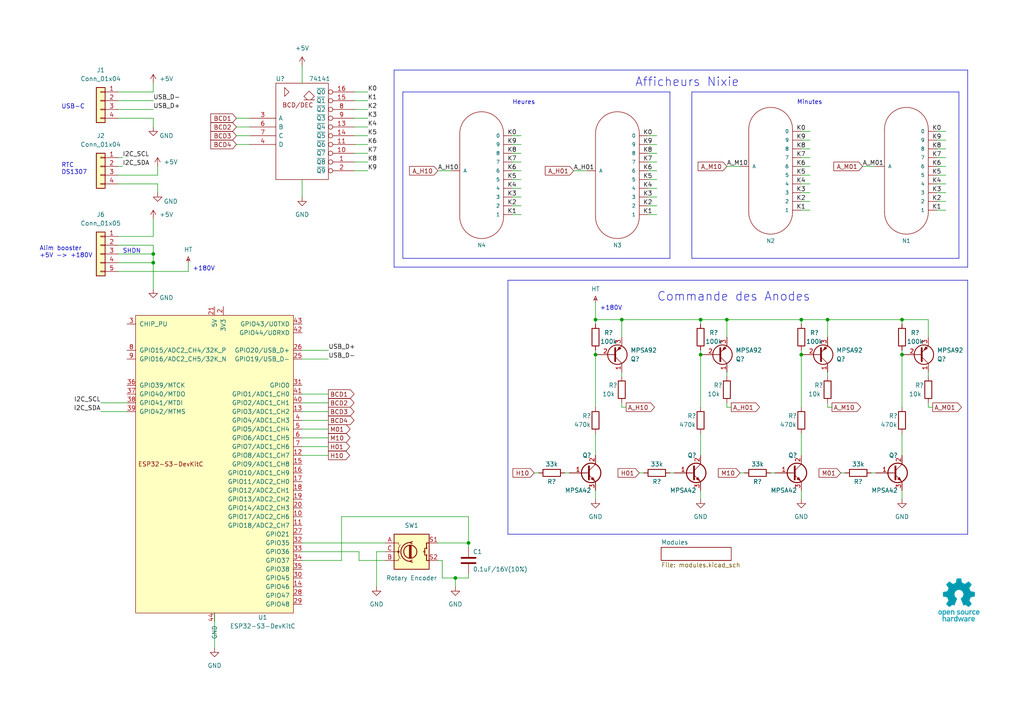
<source format=kicad_sch>
(kicad_sch (version 20230121) (generator eeschema)
  (paper "A4")
  (title_block (title "Horloge Nixie") (date "2023-07-09") (rev "0.2") (company "Author : Laurent Claude - www.laurentclaude.fr") (comment 1 "License : Open Source Hardware - CC BY-SA 4.0"))
  (lib_symbols
    (symbol "74xx_IEEE:74141" (pin_names (offset 0.762))
      (property "Reference" "U" (at 0 0 0))
      (property "Value" "74141" (at 7.62 -15.24 0))
      (symbol "74141_0_0"
        (polyline (pts (xy 3.556 9.144) (xy 3.048 9.144) (xy 3.048 9.144)))
        (polyline (pts (xy -5.08 12.7) (xy -5.08 10.16) (xy -3.81 11.43) (xy -5.08 12.7) (xy -5.08 12.7)))
        (polyline (pts (xy 2.54 9.144) (xy 3.556 10.16) (xy 2.032 11.684) (xy 0.508 10.16) (xy 1.524 9.144) (xy 0.508 9.144) (xy 3.556 9.144)))
        (text "BCD/DEC" (at -1.27 7.62 0) (effects (font (size 1.27 1.27))))
        (pin power_in line (at 0 -13.97 90) (length 0) hide (name "GND") (number "12"))
        (pin power_in line (at 0 13.97 270) (length 0) hide (name "VCC") (number "5"))
      )
      (symbol "74141_0_1"
        (rectangle (start -7.62 13.97) (end 7.62 -13.97))
      )
      (symbol "74141_1_1"
        (pin open_collector inverted (at 15.24 -8.89 180) (length 7.62) (name "~{Q8}") (number "1"))
        (pin open_collector inverted (at 15.24 -6.35 180) (length 7.62) (name "~{Q7}") (number "10"))
        (pin open_collector inverted (at 15.24 -3.81 180) (length 7.62) (name "~{Q6}") (number "11"))
        (pin open_collector inverted (at 15.24 1.27 180) (length 7.62) (name "~{Q4}") (number "13"))
        (pin open_collector inverted (at 15.24 -1.27 180) (length 7.62) (name "~{Q5}") (number "14"))
        (pin open_collector inverted (at 15.24 8.89 180) (length 7.62) (name "~{Q1}") (number "15"))
        (pin open_collector inverted (at 15.24 11.43 180) (length 7.62) (name "~{Q0}") (number "16"))
        (pin open_collector inverted (at 15.24 -11.43 180) (length 7.62) (name "~{Q9}") (number "2"))
        (pin input line (at -15.24 3.81 0) (length 7.62) (name "A") (number "3"))
        (pin input line (at -15.24 -3.81 0) (length 7.62) (name "D") (number "4"))
        (pin input line (at -15.24 1.27 0) (length 7.62) (name "B") (number "6"))
        (pin input line (at -15.24 -1.27 0) (length 7.62) (name "C") (number "7"))
        (pin open_collector inverted (at 15.24 6.35 180) (length 7.62) (name "~{Q2}") (number "8"))
        (pin open_collector inverted (at 15.24 3.81 180) (length 7.62) (name "~{Q3}") (number "9"))
      )
    )
    (symbol "Connector_Generic:Conn_01x04" (pin_names (offset 1.016) hide)
      (property "Reference" "J" (at 0 5.08 0))
      (property "Value" "Conn_01x04" (at 0 -7.62 0))
      (symbol "Conn_01x04_1_1"
        (rectangle (start -1.27 -4.953) (end 0 -5.207) (stroke (width 0.1524)))
        (rectangle (start -1.27 -2.413) (end 0 -2.667) (stroke (width 0.1524)))
        (rectangle (start -1.27 0.127) (end 0 -0.127) (stroke (width 0.1524)))
        (rectangle (start -1.27 2.667) (end 0 2.413) (stroke (width 0.1524)))
        (rectangle (start -1.27 3.81) (end 1.27 -6.35) (stroke (width 0.254)) (fill (type background)))
        (pin passive line (at -5.08 2.54 0) (length 3.81) (name "Pin_1") (number "1"))
        (pin passive line (at -5.08 0 0) (length 3.81) (name "Pin_2") (number "2"))
        (pin passive line (at -5.08 -2.54 0) (length 3.81) (name "Pin_3") (number "3"))
        (pin passive line (at -5.08 -5.08 0) (length 3.81) (name "Pin_4") (number "4"))
      )
    )
    (symbol "Connector_Generic:Conn_01x05" (pin_names (offset 1.016) hide)
      (property "Reference" "J" (at 0 7.62 0))
      (property "Value" "Conn_01x05" (at 0 -7.62 0))
      (symbol "Conn_01x05_1_1"
        (rectangle (start -1.27 -4.953) (end 0 -5.207) (stroke (width 0.1524)))
        (rectangle (start -1.27 -2.413) (end 0 -2.667) (stroke (width 0.1524)))
        (rectangle (start -1.27 0.127) (end 0 -0.127) (stroke (width 0.1524)))
        (rectangle (start -1.27 2.667) (end 0 2.413) (stroke (width 0.1524)))
        (rectangle (start -1.27 5.207) (end 0 4.953) (stroke (width 0.1524)))
        (rectangle (start -1.27 6.35) (end 1.27 -6.35) (stroke (width 0.254)) (fill (type background)))
        (pin passive line (at -5.08 5.08 0) (length 3.81) (name "Pin_1") (number "1"))
        (pin passive line (at -5.08 2.54 0) (length 3.81) (name "Pin_2") (number "2"))
        (pin passive line (at -5.08 0 0) (length 3.81) (name "Pin_3") (number "3"))
        (pin passive line (at -5.08 -2.54 0) (length 3.81) (name "Pin_4") (number "4"))
        (pin passive line (at -5.08 -5.08 0) (length 3.81) (name "Pin_5") (number "5"))
      )
    )
    (symbol "Device:C" (pin_numbers hide) (pin_names (offset 0.254))
      (property "Reference" "C" (at 0.635 2.54 0))
      (property "Value" "C" (at 0.635 -2.54 0))
      (symbol "C_0_1"
        (polyline (pts (xy -2.032 -0.762) (xy 2.032 -0.762)) (stroke (width 0.508)))
        (polyline (pts (xy -2.032 0.762) (xy 2.032 0.762)) (stroke (width 0.508)))
      )
      (symbol "C_1_1"
        (pin passive line (at 0 3.81 270) (length 2.794) (name "~") (number "1"))
        (pin passive line (at 0 -3.81 90) (length 2.794) (name "~") (number "2"))
      )
    )
    (symbol "Device:R" (pin_numbers hide) (pin_names (offset 0))
      (property "Reference" "R" (at 2.032 0 90))
      (property "Value" "R" (at 0 0 90))
      (symbol "R_0_1"
        (rectangle (start -1.016 -2.54) (end 1.016 2.54) (stroke (width 0.254)))
      )
      (symbol "R_1_1"
        (pin passive line (at 0 3.81 270) (length 1.27) (name "~") (number "1"))
        (pin passive line (at 0 -3.81 90) (length 1.27) (name "~") (number "2"))
      )
    )
    (symbol "Device:RotaryEncoder_Switch" (pin_names (offset 0.254) hide)
      (property "Reference" "SW" (at 0 6.604 0))
      (property "Value" "RotaryEncoder_Switch" (at 0 -6.604 0))
      (symbol "RotaryEncoder_Switch_0_1"
        (rectangle (start -5.08 5.08) (end 5.08 -5.08) (stroke (width 0.254)) (fill (type background)))
        (circle (center -3.81 0) (radius 0.254) (fill (type outline)))
        (circle (center -0.381 0) (radius 1.905) (stroke (width 0.254)))
        (arc (start -0.381 2.667) (mid -3.0988 -0.0635) (end -0.381 -2.794) (stroke (width 0.254)))
        (polyline (pts (xy -0.635 -1.778) (xy -0.635 1.778)) (stroke (width 0.254)))
        (polyline (pts (xy -0.381 -1.778) (xy -0.381 1.778)) (stroke (width 0.254)))
        (polyline (pts (xy -0.127 1.778) (xy -0.127 -1.778)) (stroke (width 0.254)))
        (polyline (pts (xy 3.81 0) (xy 3.429 0)) (stroke (width 0.254)))
        (polyline (pts (xy 3.81 1.016) (xy 3.81 -1.016)) (stroke (width 0.254)))
        (polyline (pts (xy -5.08 -2.54) (xy -3.81 -2.54) (xy -3.81 -2.032)))
        (polyline (pts (xy -5.08 2.54) (xy -3.81 2.54) (xy -3.81 2.032)))
        (polyline (pts (xy 0.254 -3.048) (xy -0.508 -2.794) (xy 0.127 -2.413)) (stroke (width 0.254)))
        (polyline (pts (xy 0.254 2.921) (xy -0.508 2.667) (xy 0.127 2.286)) (stroke (width 0.254)))
        (polyline (pts (xy 5.08 -2.54) (xy 4.318 -2.54) (xy 4.318 -1.016)) (stroke (width 0.254)))
        (polyline (pts (xy 5.08 2.54) (xy 4.318 2.54) (xy 4.318 1.016)) (stroke (width 0.254)))
        (polyline (pts (xy -5.08 0) (xy -3.81 0) (xy -3.81 -1.016) (xy -3.302 -2.032)))
        (polyline (pts (xy -4.318 0) (xy -3.81 0) (xy -3.81 1.016) (xy -3.302 2.032)))
        (circle (center 4.318 -1.016) (radius 0.127) (stroke (width 0.254)))
        (circle (center 4.318 1.016) (radius 0.127) (stroke (width 0.254)))
      )
      (symbol "RotaryEncoder_Switch_1_1"
        (pin passive line (at -7.62 2.54 0) (length 2.54) (name "A") (number "A"))
        (pin passive line (at -7.62 -2.54 0) (length 2.54) (name "B") (number "B"))
        (pin passive line (at -7.62 0 0) (length 2.54) (name "C") (number "C"))
        (pin passive line (at 7.62 2.54 180) (length 2.54) (name "S1") (number "S1"))
        (pin passive line (at 7.62 -2.54 180) (length 2.54) (name "S2") (number "S2"))
      )
    )
    (symbol "Nixie:IN-1" (pin_numbers hide) (pin_names (offset 1.016))
      (property "Reference" "N" (at -5.715 20.955 0))
      (symbol "IN-1_1_0"
        (polyline (pts (xy -7.62 -10.795) (xy -7.62 13.335)))
        (polyline (pts (xy 5.08 -10.795) (xy 5.08 13.335)))
      )
      (symbol "IN-1_1_1"
        (arc (start -7.62 -10.795) (mid -1.27 -17.1174) (end 5.08 -10.795))
        (arc (start 5.08 13.335) (mid -1.27 19.6574) (end -7.62 13.335))
        (pin bidirectional line (at -10.16 -10.16 0) (length 2.54) (name "0") (number "0"))
        (pin bidirectional line (at -10.16 12.7 0) (length 2.54) (name "1") (number "1"))
        (pin bidirectional line (at -10.16 10.16 0) (length 2.54) (name "2") (number "2"))
        (pin bidirectional line (at -10.16 7.62 0) (length 2.54) (name "3") (number "3"))
        (pin bidirectional line (at -10.16 5.08 0) (length 2.54) (name "4") (number "4"))
        (pin bidirectional line (at -10.16 2.54 0) (length 2.54) (name "5") (number "5"))
        (pin bidirectional line (at -10.16 0 0) (length 2.54) (name "6") (number "6"))
        (pin bidirectional line (at -10.16 -2.54 0) (length 2.54) (name "7") (number "7"))
        (pin bidirectional line (at -10.16 -5.08 0) (length 2.54) (name "8") (number "8"))
        (pin bidirectional line (at -10.16 -7.62 0) (length 2.54) (name "9") (number "9"))
        (pin bidirectional line (at 7.62 0 180) (length 2.54) (name "A") (number "A"))
      )
    )
    (symbol "PCM_Espressif:ESP32-S3-DevKitC" (pin_names (offset 1.016))
      (property "Reference" "U" (at -22.86 48.26 0))
      (property "Value" "ESP32-S3-DevKitC" (at -22.86 45.72 0))
      (symbol "ESP32-S3-DevKitC_0_0"
        (text "ESP32-S3-DevKitC" (at -12.7 0 0) (effects (font (size 1.27 1.27))))
        (pin bidirectional line (at 25.4 -35.56 180) (length 2.54) (name "GPIO46") (number "14"))
        (pin bidirectional line (at 25.4 -10.16 180) (length 2.54) (name "GPIO13/ADC2_CH2") (number "19"))
        (pin bidirectional line (at -25.4 15.24 0) (length 2.54) (name "GPIO42/MTMS") (number "39"))
        (pin bidirectional line (at 25.4 17.78 180) (length 2.54) (name "GPIO2/ADC1_CH1") (number "40"))
        (pin bidirectional line (at 25.4 20.32 180) (length 2.54) (name "GPIO1/ADC1_CH0") (number "41"))
        (pin bidirectional line (at 25.4 38.1 180) (length 2.54) (name "GPIO44/U0RXD") (number "42"))
        (pin bidirectional line (at 25.4 40.64 180) (length 2.54) (name "GPIO43/U0TXD") (number "43"))
        (pin power_in line (at 0 -43.18 270) (length 2.54) (name "GND") (number "44"))
      )
      (symbol "ESP32-S3-DevKitC_0_1"
        (rectangle (start -22.86 43.18) (end 22.86 -43.18) (fill (type background)))
        (pin power_in line (at 2.54 45.72 270) (length 2.54) (name "3V3") (number "2"))
      )
      (symbol "ESP32-S3-DevKitC_1_1"
        (pin passive line (at 2.54 45.72 270) (length 2.54) hide (name "3V3") (number "1"))
        (pin bidirectional line (at 25.4 -15.24 180) (length 2.54) (name "GPIO17/ADC2_CH6") (number "10"))
        (pin bidirectional line (at 25.4 -17.78 180) (length 2.54) (name "GPIO18/ADC2_CH7") (number "11"))
        (pin bidirectional line (at 25.4 2.54 180) (length 2.54) (name "GPIO8/ADC1_CH7") (number "12"))
        (pin bidirectional line (at 25.4 15.24 180) (length 2.54) (name "GPIO3/ADC1_CH2") (number "13"))
        (pin bidirectional line (at 25.4 0 180) (length 2.54) (name "GPIO9/ADC1_CH8") (number "15"))
        (pin bidirectional line (at 25.4 -2.54 180) (length 2.54) (name "GPIO10/ADC1_CH9") (number "16"))
        (pin bidirectional line (at 25.4 -5.08 180) (length 2.54) (name "GPIO11/ADC2_CH0") (number "17"))
        (pin bidirectional line (at 25.4 -7.62 180) (length 2.54) (name "GPIO12/ADC2_CH1") (number "18"))
        (pin bidirectional line (at 25.4 -12.7 180) (length 2.54) (name "GPIO14/ADC2_CH3") (number "20"))
        (pin power_in line (at 0 45.72 270) (length 2.54) (name "5V") (number "21"))
        (pin passive line (at 0 -43.18 270) (length 2.54) hide (name "GND") (number "22"))
        (pin passive line (at 0 -43.18 270) (length 2.54) hide (name "GND") (number "23"))
        (pin passive line (at 0 -43.18 270) (length 2.54) hide (name "GND") (number "24"))
        (pin bidirectional line (at 25.4 30.48 180) (length 2.54) (name "GPIO19/USB_D-") (number "25"))
        (pin bidirectional line (at 25.4 33.02 180) (length 2.54) (name "GPIO20/USB_D+") (number "26"))
        (pin bidirectional line (at 25.4 -20.32 180) (length 2.54) (name "GPIO21") (number "27"))
        (pin bidirectional line (at 25.4 -38.1 180) (length 2.54) (name "GPIO47") (number "28"))
        (pin bidirectional line (at 25.4 -40.64 180) (length 2.54) (name "GPIO48") (number "29"))
        (pin input line (at -25.4 40.64 0) (length 2.54) (name "CHIP_PU") (number "3"))
        (pin bidirectional line (at 25.4 -33.02 180) (length 2.54) (name "GPIO45") (number "30"))
        (pin bidirectional line (at 25.4 22.86 180) (length 2.54) (name "GPIO0") (number "31"))
        (pin bidirectional line (at 25.4 -22.86 180) (length 2.54) (name "GPIO35") (number "32"))
        (pin bidirectional line (at 25.4 -25.4 180) (length 2.54) (name "GPIO36") (number "33"))
        (pin bidirectional line (at 25.4 -27.94 180) (length 2.54) (name "GPIO37") (number "34"))
        (pin bidirectional line (at 25.4 -30.48 180) (length 2.54) (name "GPIO38") (number "35"))
        (pin bidirectional line (at -25.4 22.86 0) (length 2.54) (name "GPIO39/MTCK") (number "36"))
        (pin bidirectional line (at -25.4 20.32 0) (length 2.54) (name "GPIO40/MTDO") (number "37"))
        (pin bidirectional line (at -25.4 17.78 0) (length 2.54) (name "GPIO41/MTDI") (number "38"))
        (pin bidirectional line (at 25.4 12.7 180) (length 2.54) (name "GPIO4/ADC1_CH3") (number "4"))
        (pin bidirectional line (at 25.4 10.16 180) (length 2.54) (name "GPIO5/ADC1_CH4") (number "5"))
        (pin bidirectional line (at 25.4 7.62 180) (length 2.54) (name "GPIO6/ADC1_CH5") (number "6"))
        (pin bidirectional line (at 25.4 5.08 180) (length 2.54) (name "GPIO7/ADC1_CH6") (number "7"))
        (pin bidirectional line (at -25.4 33.02 0) (length 2.54) (name "GPIO15/ADC2_CH4/32K_P") (number "8"))
        (pin bidirectional line (at -25.4 30.48 0) (length 2.54) (name "GPIO16/ADC2_CH5/32K_N") (number "9"))
      )
    )
    (symbol "Transistor_BJT:BC557" (pin_names (offset 0) hide)
      (property "Reference" "Q" (at 5.08 1.905 0))
      (property "Value" "BC557" (at 5.08 0 0))
      (symbol "BC557_0_1"
        (polyline (pts (xy 0.635 0.635) (xy 2.54 2.54)))
        (polyline (pts (xy 0.635 -0.635) (xy 2.54 -2.54) (xy 2.54 -2.54)))
        (polyline (pts (xy 0.635 1.905) (xy 0.635 -1.905) (xy 0.635 -1.905)) (stroke (width 0.508)))
        (polyline (pts (xy 2.286 -1.778) (xy 1.778 -2.286) (xy 1.27 -1.27) (xy 2.286 -1.778) (xy 2.286 -1.778)) (fill (type outline)))
        (circle (center 1.27 0) (radius 2.8194) (stroke (width 0.254)))
      )
      (symbol "BC557_1_1"
        (pin passive line (at 2.54 5.08 270) (length 2.54) (name "C") (number "1"))
        (pin input line (at -5.08 0 0) (length 5.715) (name "B") (number "2"))
        (pin passive line (at 2.54 -5.08 90) (length 2.54) (name "E") (number "3"))
      )
    )
    (symbol "Transistor_BJT:MJE13007G" (pin_names (offset 0) hide)
      (property "Reference" "Q" (at 6.35 1.905 0))
      (property "Value" "MJE13007G" (at 6.35 0 0))
      (symbol "MJE13007G_0_1"
        (polyline (pts (xy 0 0) (xy 0.635 0)))
        (polyline (pts (xy 2.54 2.54) (xy 0.635 0.635)))
        (polyline (pts (xy 0.635 1.905) (xy 0.635 -1.905) (xy 0.635 -1.905)) (stroke (width 0.508)))
        (polyline (pts (xy 2.286 -2.286) (xy 1.778 -1.778) (xy 1.778 -1.778)))
        (polyline (pts (xy 2.54 -2.54) (xy 0.635 -0.635) (xy 1.27 -1.27)) (fill (type outline)))
        (polyline (pts (xy 1.27 -1.778) (xy 1.778 -1.27) (xy 2.286 -2.286) (xy 1.27 -1.778) (xy 1.27 -1.778)) (fill (type outline)))
        (circle (center 1.27 0) (radius 2.8194) (stroke (width 0.3048)))
      )
      (symbol "MJE13007G_1_1"
        (pin input line (at -5.08 0 0) (length 5.08) (name "B") (number "1"))
        (pin passive line (at 2.54 5.08 270) (length 2.54) (name "C") (number "2"))
        (pin passive line (at 2.54 -5.08 90) (length 2.54) (name "E") (number "3"))
      )
    )
    (symbol "power:+5V" (power) (pin_names (offset 0))
      (property "Value" "+5V" (at 0 3.556 0))
      (symbol "+5V_0_1"
        (polyline (pts (xy -0.762 1.27) (xy 0 2.54)))
        (polyline (pts (xy 0 0) (xy 0 2.54)))
        (polyline (pts (xy 0 2.54) (xy 0.762 1.27)))
      )
      (symbol "+5V_1_1"
        (pin power_in line (at 0 0 90) (length 0) hide (name "+5V") (number "1"))
      )
    )
    (symbol "power:GND" (power) (pin_names (offset 0))
      (property "Value" "GND" (at 0 -3.81 0))
      (symbol "GND_0_1"
        (polyline (pts (xy 0 0) (xy 0 -1.27) (xy 1.27 -1.27) (xy 0 -2.54) (xy -1.27 -1.27) (xy 0 -1.27)))
      )
      (symbol "GND_1_1"
        (pin power_in line (at 0 0 270) (length 0) hide (name "GND") (number "1"))
      )
    )
    (symbol "power:HT" (power) (pin_names (offset 0))
      (property "Value" "HT" (at 0 2.286 0))
      (symbol "HT_0_0"
        (pin power_in line (at 0 0 90) (length 0) hide (name "HT") (number "1"))
      )
      (symbol "HT_0_1"
        (polyline (pts (xy 0 0) (xy 0 1.016) (xy 0 1.016)))
        (polyline (pts (xy 0 1.016) (xy 0.508 0.508) (xy 0 1.778) (xy -0.508 0.508) (xy 0 1.016) (xy 0 1.016)))
      )
    )
  )
  (junction (at 210.82 92.71))
  (junction (at 135.89 157.48))
  (junction (at 240.03 92.71))
  (junction (at 203.2 102.87))
  (junction (at 172.72 102.87))
  (junction (at 44.45 73.66))
  (junction (at 172.72 92.71))
  (junction (at 232.41 102.87))
  (junction (at 232.41 92.71))
  (junction (at 180.34 92.71))
  (junction (at 261.62 92.71))
  (junction (at 44.45 76.2))
  (junction (at 203.2 92.71))
  (junction (at 261.62 102.87))
  (junction (at 132.08 167.64))
  (wire (pts (xy 190.5 39.37) (xy 187.96 39.37)))
  (wire (pts (xy 106.68 31.75) (xy 102.87 31.75)))
  (wire (pts (xy 151.13 59.69) (xy 148.59 59.69)))
  (wire (pts (xy 203.2 142.24) (xy 203.2 144.78)))
  (wire (pts (xy 240.03 118.11) (xy 241.3 118.11)))
  (wire (pts (xy 87.63 132.08) (xy 95.25 132.08)))
  (wire (pts (xy 34.29 53.34) (xy 45.72 53.34)))
  (wire (pts (xy 274.32 38.1) (xy 271.78 38.1)))
  (wire (pts (xy 135.89 149.86) (xy 135.89 157.48)))
  (wire (pts (xy 87.63 160.02) (xy 104.14 160.02)))
  (wire (pts (xy 240.03 92.71) (xy 240.03 97.79)))
  (wire (pts (xy 104.14 162.56) (xy 104.14 160.02)))
  (wire (pts (xy 151.13 44.45) (xy 148.59 44.45)))
  (wire (pts (xy 104.14 162.56) (xy 111.76 162.56)))
  (wire (pts (xy 34.29 76.2) (xy 44.45 76.2)))
  (wire (pts (xy 203.2 101.6) (xy 203.2 102.87)))
  (wire (pts (xy 190.5 57.15) (xy 187.96 57.15)))
  (wire (pts (xy 44.45 71.12) (xy 44.45 73.66)))
  (wire (pts (xy 232.41 101.6) (xy 232.41 102.87)))
  (wire (pts (xy 87.63 119.38) (xy 95.25 119.38)))
  (wire (pts (xy 44.45 76.2) (xy 44.45 83.82)))
  (wire (pts (xy 234.95 40.64) (xy 232.41 40.64)))
  (wire (pts (xy 172.72 101.6) (xy 172.72 102.87)))
  (wire (pts (xy 44.45 73.66) (xy 44.45 76.2)))
  (wire (pts (xy 132.08 170.18) (xy 132.08 167.64)))
  (wire (pts (xy 106.68 36.83) (xy 102.87 36.83)))
  (wire (pts (xy 269.24 92.71) (xy 261.62 92.71)))
  (wire (pts (xy 210.82 97.79) (xy 210.82 92.71)))
  (wire (pts (xy 190.5 52.07) (xy 187.96 52.07)))
  (wire (pts (xy 34.29 34.29) (xy 44.45 34.29)))
  (polyline (pts (xy 114.3 20.32) (xy 280.67 20.32)))
  (wire (pts (xy 151.13 39.37) (xy 148.59 39.37)))
  (wire (pts (xy 151.13 52.07) (xy 148.59 52.07)))
  (wire (pts (xy 232.41 142.24) (xy 232.41 144.78)))
  (wire (pts (xy 166.37 49.53) (xy 170.18 49.53)))
  (polyline (pts (xy 194.31 74.93) (xy 194.31 26.67)))
  (wire (pts (xy 261.62 142.24) (xy 261.62 144.78)))
  (polyline (pts (xy 278.13 74.93) (xy 278.13 26.67)))
  (wire (pts (xy 210.82 116.84) (xy 210.82 118.11)))
  (wire (pts (xy 99.06 162.56) (xy 99.06 149.86)))
  (wire (pts (xy 87.63 124.46) (xy 95.25 124.46)))
  (wire (pts (xy 210.82 92.71) (xy 203.2 92.71)))
  (wire (pts (xy 190.5 49.53) (xy 187.96 49.53)))
  (wire (pts (xy 190.5 46.99) (xy 187.96 46.99)))
  (wire (pts (xy 243.84 137.16) (xy 245.11 137.16)))
  (wire (pts (xy 163.83 137.16) (xy 165.1 137.16)))
  (wire (pts (xy 190.5 41.91) (xy 187.96 41.91)))
  (wire (pts (xy 210.82 48.26) (xy 214.63 48.26)))
  (polyline (pts (xy 194.31 26.67) (xy 116.84 26.67)))
  (wire (pts (xy 34.29 78.74) (xy 54.61 78.74)))
  (wire (pts (xy 180.34 97.79) (xy 180.34 92.71)))
  (wire (pts (xy 269.24 118.11) (xy 270.51 118.11)))
  (wire (pts (xy 180.34 92.71) (xy 203.2 92.71)))
  (wire (pts (xy 154.94 137.16) (xy 156.21 137.16)))
  (wire (pts (xy 274.32 55.88) (xy 271.78 55.88)))
  (wire (pts (xy 210.82 107.95) (xy 210.82 109.22)))
  (polyline (pts (xy 200.66 74.93) (xy 278.13 74.93)))
  (wire (pts (xy 54.61 78.74) (xy 54.61 76.2)))
  (wire (pts (xy 106.68 41.91) (xy 102.87 41.91)))
  (polyline (pts (xy 114.3 77.47) (xy 280.67 77.47)))
  (polyline (pts (xy 280.67 81.28) (xy 147.32 81.28)))
  (wire (pts (xy 151.13 46.99) (xy 148.59 46.99)))
  (wire (pts (xy 210.82 118.11) (xy 212.09 118.11)))
  (wire (pts (xy 106.68 29.21) (xy 102.87 29.21)))
  (wire (pts (xy 87.63 129.54) (xy 95.25 129.54)))
  (wire (pts (xy 87.63 19.05) (xy 87.63 24.13)))
  (wire (pts (xy 87.63 162.56) (xy 99.06 162.56)))
  (wire (pts (xy 210.82 92.71) (xy 232.41 92.71)))
  (wire (pts (xy 151.13 62.23) (xy 148.59 62.23)))
  (polyline (pts (xy 200.66 26.67) (xy 200.66 74.93)))
  (wire (pts (xy 106.68 26.67) (xy 102.87 26.67)))
  (wire (pts (xy 223.52 137.16) (xy 224.79 137.16)))
  (wire (pts (xy 203.2 102.87) (xy 203.2 118.11)))
  (wire (pts (xy 106.68 46.99) (xy 102.87 46.99)))
  (wire (pts (xy 180.34 92.71) (xy 172.72 92.71)))
  (wire (pts (xy 232.41 125.73) (xy 232.41 132.08)))
  (wire (pts (xy 34.29 73.66) (xy 44.45 73.66)))
  (wire (pts (xy 106.68 39.37) (xy 102.87 39.37)))
  (wire (pts (xy 214.63 137.16) (xy 215.9 137.16)))
  (wire (pts (xy 234.95 58.42) (xy 232.41 58.42)))
  (wire (pts (xy 234.95 45.72) (xy 232.41 45.72)))
  (wire (pts (xy 44.45 63.5) (xy 44.45 68.58)))
  (wire (pts (xy 234.95 43.18) (xy 232.41 43.18)))
  (wire (pts (xy 87.63 104.14) (xy 95.25 104.14)))
  (polyline (pts (xy 116.84 74.93) (xy 194.31 74.93)))
  (wire (pts (xy 68.58 36.83) (xy 72.39 36.83)))
  (wire (pts (xy 190.5 44.45) (xy 187.96 44.45)))
  (wire (pts (xy 87.63 121.92) (xy 95.25 121.92)))
  (wire (pts (xy 190.5 62.23) (xy 187.96 62.23)))
  (wire (pts (xy 274.32 58.42) (xy 271.78 58.42)))
  (wire (pts (xy 234.95 48.26) (xy 232.41 48.26)))
  (wire (pts (xy 274.32 50.8) (xy 271.78 50.8)))
  (polyline (pts (xy 147.32 81.28) (xy 147.32 154.94)))
  (wire (pts (xy 180.34 116.84) (xy 180.34 118.11)))
  (wire (pts (xy 68.58 34.29) (xy 72.39 34.29)))
  (wire (pts (xy 240.03 92.71) (xy 261.62 92.71)))
  (wire (pts (xy 261.62 101.6) (xy 261.62 102.87)))
  (wire (pts (xy 109.22 160.02) (xy 111.76 160.02)))
  (wire (pts (xy 172.72 102.87) (xy 172.72 118.11)))
  (wire (pts (xy 234.95 55.88) (xy 232.41 55.88)))
  (wire (pts (xy 274.32 40.64) (xy 271.78 40.64)))
  (wire (pts (xy 269.24 97.79) (xy 269.24 92.71)))
  (wire (pts (xy 44.45 34.29) (xy 44.45 36.83)))
  (polyline (pts (xy 280.67 154.94) (xy 280.67 81.28)))
  (wire (pts (xy 106.68 34.29) (xy 102.87 34.29)))
  (wire (pts (xy 34.29 71.12) (xy 44.45 71.12)))
  (wire (pts (xy 240.03 116.84) (xy 240.03 118.11)))
  (wire (pts (xy 106.68 44.45) (xy 102.87 44.45)))
  (wire (pts (xy 180.34 107.95) (xy 180.34 109.22)))
  (wire (pts (xy 261.62 92.71) (xy 261.62 93.98)))
  (wire (pts (xy 190.5 54.61) (xy 187.96 54.61)))
  (wire (pts (xy 172.72 125.73) (xy 172.72 132.08)))
  (wire (pts (xy 274.32 43.18) (xy 271.78 43.18)))
  (wire (pts (xy 87.63 157.48) (xy 111.76 157.48)))
  (wire (pts (xy 151.13 49.53) (xy 148.59 49.53)))
  (wire (pts (xy 34.29 29.21) (xy 44.45 29.21)))
  (wire (pts (xy 232.41 102.87) (xy 232.41 118.11)))
  (wire (pts (xy 232.41 92.71) (xy 240.03 92.71)))
  (wire (pts (xy 99.06 149.86) (xy 135.89 149.86)))
  (wire (pts (xy 135.89 157.48) (xy 135.89 158.75)))
  (polyline (pts (xy 114.3 20.32) (xy 114.3 77.47)))
  (wire (pts (xy 87.63 52.07) (xy 87.63 57.15)))
  (wire (pts (xy 274.32 48.26) (xy 271.78 48.26)))
  (wire (pts (xy 194.31 137.16) (xy 195.58 137.16)))
  (polyline (pts (xy 147.32 154.94) (xy 280.67 154.94)))
  (wire (pts (xy 29.21 116.84) (xy 36.83 116.84)))
  (wire (pts (xy 45.72 53.34) (xy 45.72 55.88)))
  (wire (pts (xy 29.21 119.38) (xy 36.83 119.38)))
  (wire (pts (xy 87.63 116.84) (xy 95.25 116.84)))
  (wire (pts (xy 68.58 41.91) (xy 72.39 41.91)))
  (wire (pts (xy 274.32 60.96) (xy 271.78 60.96)))
  (wire (pts (xy 128.27 162.56) (xy 128.27 167.64)))
  (wire (pts (xy 172.72 142.24) (xy 172.72 144.78)))
  (wire (pts (xy 261.62 102.87) (xy 261.62 118.11)))
  (wire (pts (xy 232.41 92.71) (xy 232.41 93.98)))
  (wire (pts (xy 234.95 53.34) (xy 232.41 53.34)))
  (wire (pts (xy 87.63 101.6) (xy 95.25 101.6)))
  (wire (pts (xy 274.32 45.72) (xy 271.78 45.72)))
  (wire (pts (xy 250.19 48.26) (xy 254 48.26)))
  (wire (pts (xy 45.72 48.26) (xy 45.72 50.8)))
  (wire (pts (xy 190.5 59.69) (xy 187.96 59.69)))
  (wire (pts (xy 151.13 54.61) (xy 148.59 54.61)))
  (wire (pts (xy 151.13 57.15) (xy 148.59 57.15)))
  (wire (pts (xy 34.29 31.75) (xy 44.45 31.75)))
  (wire (pts (xy 151.13 41.91) (xy 148.59 41.91)))
  (wire (pts (xy 240.03 107.95) (xy 240.03 109.22)))
  (wire (pts (xy 127 49.53) (xy 130.81 49.53)))
  (wire (pts (xy 269.24 116.84) (xy 269.24 118.11)))
  (wire (pts (xy 185.42 137.16) (xy 186.69 137.16)))
  (wire (pts (xy 68.58 39.37) (xy 72.39 39.37)))
  (wire (pts (xy 234.95 60.96) (xy 232.41 60.96)))
  (wire (pts (xy 34.29 26.67) (xy 44.45 26.67)))
  (wire (pts (xy 44.45 68.58) (xy 34.29 68.58)))
  (wire (pts (xy 128.27 167.64) (xy 132.08 167.64)))
  (wire (pts (xy 180.34 118.11) (xy 181.61 118.11)))
  (wire (pts (xy 109.22 170.18) (xy 109.22 160.02)))
  (wire (pts (xy 261.62 125.73) (xy 261.62 132.08)))
  (wire (pts (xy 269.24 107.95) (xy 269.24 109.22)))
  (wire (pts (xy 135.89 167.64) (xy 135.89 166.37)))
  (wire (pts (xy 34.29 48.26) (xy 35.56 48.26)))
  (wire (pts (xy 252.73 137.16) (xy 254 137.16)))
  (wire (pts (xy 106.68 49.53) (xy 102.87 49.53)))
  (polyline (pts (xy 278.13 26.67) (xy 200.66 26.67)))
  (wire (pts (xy 62.23 177.8) (xy 62.23 187.96)))
  (wire (pts (xy 45.72 50.8) (xy 34.29 50.8)))
  (wire (pts (xy 172.72 92.71) (xy 172.72 93.98)))
  (wire (pts (xy 234.95 38.1) (xy 232.41 38.1)))
  (wire (pts (xy 203.2 125.73) (xy 203.2 132.08)))
  (wire (pts (xy 234.95 50.8) (xy 232.41 50.8)))
  (polyline (pts (xy 116.84 26.67) (xy 116.84 74.93)))
  (wire (pts (xy 132.08 167.64) (xy 135.89 167.64)))
  (wire (pts (xy 172.72 87.63) (xy 172.72 92.71)))
  (wire (pts (xy 34.29 45.72) (xy 35.56 45.72)))
  (wire (pts (xy 87.63 114.3) (xy 95.25 114.3)))
  (wire (pts (xy 203.2 92.71) (xy 203.2 93.98)))
  (wire (pts (xy 44.45 26.67) (xy 44.45 24.13)))
  (wire (pts (xy 274.32 53.34) (xy 271.78 53.34)))
  (polyline (pts (xy 280.67 77.47) (xy 280.67 20.32)))
  (wire (pts (xy 87.63 127) (xy 95.25 127)))
  (wire (pts (xy 128.27 162.56) (xy 127 162.56)))
  (wire (pts (xy 127 157.48) (xy 135.89 157.48)))
  (image (at 278.13 173.99) (scale 1.48101))
  (text "+180V" (at 173.99 90.17 0) (effects (font (size 1.27 1.27)) (justify left bottom)))
  (text "Alim booster\n+5V -> +180V" (at 11.43 74.93 0) (effects (font (size 1.27 1.27)) (justify left bottom)))
  (text "Afficheurs Nixie" (at 184.15 25.4 0) (effects (font (size 2.54 2.54)) (justify left bottom)))
  (text "+180V" (at 55.88 78.74 0) (effects (font (size 1.27 1.27)) (justify left bottom)))
  (text "RTC\nDS1307" (at 17.78 50.8 0) (effects (font (size 1.27 1.27)) (justify left bottom)))
  (text "Heures" (at 148.59 30.48 0) (effects (font (size 1.27 1.27)) (justify left bottom)))
  (text "USB-C\n" (at 17.78 31.75 0) (effects (font (size 1.27 1.27)) (justify left bottom)))
  (text "SHDN" (at 35.56 73.66 0) (effects (font (size 1.27 1.27)) (justify left bottom)))
  (text "Commande des Anodes" (at 190.5 87.63 0) (effects (font (size 2.54 2.54)) (justify left bottom)))
  (text "Minutes" (at 231.14 30.48 0) (effects (font (size 1.27 1.27)) (justify left bottom)))
  (label "A_M10" (at 210.82 48.26 0))
  (label "USB_D-" (at 44.45 29.21 0))
  (label "K7" (at 149.86 46.99 180))
  (label "K1" (at 273.05 60.96 180))
  (label "K2" (at 273.05 58.42 180))
  (label "USB_D+" (at 95.25 101.6 0))
  (label "K5" (at 189.23 52.07 180))
  (label "USB_D+" (at 44.45 31.75 0))
  (label "K6" (at 273.05 48.26 180))
  (label "K3" (at 106.68 34.29 0))
  (label "A_H01" (at 166.37 49.53 0))
  (label "K4" (at 273.05 53.34 180))
  (label "K6" (at 189.23 49.53 180))
  (label "K5" (at 273.05 50.8 180))
  (label "K9" (at 233.68 40.64 180))
  (label "K9" (at 273.05 40.64 180))
  (label "USB_D-" (at 95.25 104.14 0))
  (label "K9" (at 189.23 41.91 180))
  (label "A_M01" (at 250.19 48.26 0))
  (label "K0" (at 273.05 38.1 180))
  (label "K4" (at 106.68 36.83 0))
  (label "K5" (at 106.68 39.37 0))
  (label "K7" (at 233.68 45.72 180))
  (label "K3" (at 189.23 57.15 180))
  (label "K5" (at 149.86 52.07 180))
  (label "K2" (at 233.68 58.42 180))
  (label "K5" (at 233.68 50.8 180))
  (label "K8" (at 273.05 43.18 180))
  (label "K6" (at 233.68 48.26 180))
  (label "K0" (at 106.68 26.67 0))
  (label "K1" (at 233.68 60.96 180))
  (label "K1" (at 106.68 29.21 0))
  (label "I2C_SDA" (at 29.21 119.38 180))
  (label "I2C_SCL" (at 29.21 116.84 180))
  (label "K1" (at 149.86 62.23 180))
  (label "I2C_SCL" (at 35.56 45.72 0))
  (label "K4" (at 149.86 54.61 180))
  (label "K6" (at 149.86 49.53 180))
  (label "K0" (at 233.68 38.1 180))
  (label "K8" (at 106.68 46.99 0))
  (label "K9" (at 149.86 41.91 180))
  (label "K0" (at 189.23 39.37 180))
  (label "K9" (at 106.68 49.53 0))
  (label "A_H10" (at 127 49.53 0))
  (label "K2" (at 106.68 31.75 0))
  (label "K2" (at 189.23 59.69 180))
  (label "K3" (at 273.05 55.88 180))
  (label "K4" (at 233.68 53.34 180))
  (label "K8" (at 189.23 44.45 180))
  (label "K2" (at 149.86 59.69 180))
  (label "K6" (at 106.68 41.91 0))
  (label "K7" (at 273.05 45.72 180))
  (label "K3" (at 149.86 57.15 180))
  (label "K0" (at 149.86 39.37 180))
  (label "K8" (at 233.68 43.18 180))
  (label "K7" (at 189.23 46.99 180))
  (label "K3" (at 233.68 55.88 180))
  (label "K1" (at 189.23 62.23 180))
  (label "K7" (at 106.68 44.45 0))
  (label "I2C_SDA" (at 35.56 48.26 0))
  (label "K8" (at 149.86 44.45 180))
  (label "K4" (at 189.23 54.61 180))
  (global_label "BCD2" (shape output) (at 95.25 116.84 0) (property "Intersheetrefs" "${INTERSHEET_REFS}" (effects hide)) (property "Références Inter-Feuilles" "${INTERSHEET_REFS}" (effects hide)))
  (global_label "M01" (shape input) (at 243.84 137.16 180) (property "Intersheetrefs" "${INTERSHEET_REFS}" (effects hide)) (property "Références Inter-Feuilles" "${INTERSHEET_REFS}" (effects hide)))
  (global_label "A_H10" (shape output) (at 181.61 118.11 0) (property "Intersheetrefs" "${INTERSHEET_REFS}" (effects hide)) (property "Références Inter-Feuilles" "${INTERSHEET_REFS}" (effects hide)))
  (global_label "A_M01" (shape output) (at 270.51 118.11 0) (property "Intersheetrefs" "${INTERSHEET_REFS}" (effects hide)) (property "Références Inter-Feuilles" "${INTERSHEET_REFS}" (effects hide)))
  (global_label "BCD1" (shape output) (at 95.25 114.3 0) (property "Intersheetrefs" "${INTERSHEET_REFS}" (effects hide)) (property "Références Inter-Feuilles" "${INTERSHEET_REFS}" (effects hide)))
  (global_label "H01" (shape input) (at 185.42 137.16 180) (property "Intersheetrefs" "${INTERSHEET_REFS}" (effects hide)) (property "Références Inter-Feuilles" "${INTERSHEET_REFS}" (effects hide)))
  (global_label "A_H01" (shape input) (at 166.37 49.53 180) (property "Intersheetrefs" "${INTERSHEET_REFS}" (effects hide)) (property "Références Inter-Feuilles" "${INTERSHEET_REFS}" (effects hide)))
  (global_label "A_H01" (shape output) (at 212.09 118.11 0) (property "Intersheetrefs" "${INTERSHEET_REFS}" (effects hide)) (property "Références Inter-Feuilles" "${INTERSHEET_REFS}" (effects hide)))
  (global_label "BCD2" (shape input) (at 68.58 36.83 180) (property "Intersheetrefs" "${INTERSHEET_REFS}" (effects hide)) (property "Références Inter-Feuilles" "${INTERSHEET_REFS}" (effects hide)))
  (global_label "M01" (shape output) (at 95.25 124.46 0) (property "Intersheetrefs" "${INTERSHEET_REFS}" (effects hide)) (property "Références Inter-Feuilles" "${INTERSHEET_REFS}" (effects hide)))
  (global_label "BCD1" (shape input) (at 68.58 34.29 180) (property "Intersheetrefs" "${INTERSHEET_REFS}" (effects hide)) (property "Références Inter-Feuilles" "${INTERSHEET_REFS}" (effects hide)))
  (global_label "A_M10" (shape output) (at 241.3 118.11 0) (property "Intersheetrefs" "${INTERSHEET_REFS}" (effects hide)) (property "Références Inter-Feuilles" "${INTERSHEET_REFS}" (effects hide)))
  (global_label "H10" (shape input) (at 154.94 137.16 180) (property "Intersheetrefs" "${INTERSHEET_REFS}" (effects hide)) (property "Références Inter-Feuilles" "${INTERSHEET_REFS}" (effects hide)))
  (global_label "H10" (shape output) (at 95.25 132.08 0) (property "Intersheetrefs" "${INTERSHEET_REFS}" (effects hide)) (property "Références Inter-Feuilles" "${INTERSHEET_REFS}" (effects hide)))
  (global_label "A_H10" (shape input) (at 127 49.53 180) (property "Intersheetrefs" "${INTERSHEET_REFS}" (effects hide)) (property "Références Inter-Feuilles" "${INTERSHEET_REFS}" (effects hide)))
  (global_label "BCD4" (shape input) (at 68.58 41.91 180) (property "Intersheetrefs" "${INTERSHEET_REFS}" (effects hide)) (property "Références Inter-Feuilles" "${INTERSHEET_REFS}" (effects hide)))
  (global_label "BCD3" (shape input) (at 68.58 39.37 180) (property "Intersheetrefs" "${INTERSHEET_REFS}" (effects hide)) (property "Références Inter-Feuilles" "${INTERSHEET_REFS}" (effects hide)))
  (global_label "H01" (shape output) (at 95.25 129.54 0) (property "Intersheetrefs" "${INTERSHEET_REFS}" (effects hide)) (property "Références Inter-Feuilles" "${INTERSHEET_REFS}" (effects hide)))
  (global_label "A_M01" (shape input) (at 250.19 48.26 180) (property "Intersheetrefs" "${INTERSHEET_REFS}" (effects hide)) (property "Références Inter-Feuilles" "${INTERSHEET_REFS}" (effects hide)))
  (global_label "BCD3" (shape output) (at 95.25 119.38 0) (property "Intersheetrefs" "${INTERSHEET_REFS}" (effects hide)) (property "Références Inter-Feuilles" "${INTERSHEET_REFS}" (effects hide)))
  (global_label "M10" (shape input) (at 214.63 137.16 180) (property "Intersheetrefs" "${INTERSHEET_REFS}" (effects hide)) (property "Références Inter-Feuilles" "${INTERSHEET_REFS}" (effects hide)))
  (global_label "M10" (shape output) (at 95.25 127 0) (property "Intersheetrefs" "${INTERSHEET_REFS}" (effects hide)) (property "Références Inter-Feuilles" "${INTERSHEET_REFS}" (effects hide)))
  (global_label "BCD4" (shape output) (at 95.25 121.92 0) (property "Intersheetrefs" "${INTERSHEET_REFS}" (effects hide)) (property "Références Inter-Feuilles" "${INTERSHEET_REFS}" (effects hide)))
  (global_label "A_M10" (shape input) (at 210.82 48.26 180) (property "Intersheetrefs" "${INTERSHEET_REFS}" (effects hide)) (property "Références Inter-Feuilles" "${INTERSHEET_REFS}" (effects hide)))
  (symbol (lib_id "Nixie:IN-1") (at 222.25 48.26 180) (unit 1)
    (property "Reference" "N2" (at 223.52 69.85 0) (effects (font (size 1.143 1.143))))
    (property "Value" "IN-1" (effects hide))
    (property "Footprint" "nixies-us_IN-1" (effects hide))
  )
  (symbol (lib_id "Nixie:IN-1") (at 177.8 49.53 180) (unit 1)
    (property "Reference" "N3" (at 179.07 71.12 0) (effects (font (size 1.143 1.143))))
    (property "Value" "IN-1" (effects hide))
    (property "Footprint" "nixies-us_IN-1" (effects hide))
  )
  (symbol (lib_id "PCM_Espressif:ESP32-S3-DevKitC") (at 62.23 134.62 0) (unit 1)
    (property "Reference" "U1" (at 76.2 179.07 0))
    (property "Value" "ESP32-S3-DevKitC" (at 76.2 181.61 0))
    (property "Footprint" "Espressif:ESP32-S3-DevKitC" (effects hide))
  )
  (symbol (lib_id "Transistor_BJT:BC557") (at 237.49 102.87 0) (mirror x) (unit 1)
    (property "Reference" "Q?" (at 242.57 104.14 0) (effects (justify left)))
    (property "Value" "MPSA92" (at 242.57 101.6 0) (effects (justify left)))
    (property "Footprint" "Package_TO_SOT_THT:TO-92_Inline" (effects hide))
    (property "Datasheet" "https://www.onsemi.com/pub/Collateral/BC556BTA-D.pdf" (effects hide))
  )
  (symbol (lib_id "Device:R") (at 160.02 137.16 90) (unit 1)
    (property "Reference" "R?" (at 160.02 139.7 90))
    (property "Value" "33k" (at 160.02 134.62 90))
  )
  (symbol (lib_id "power:GND") (at 45.72 55.88 0) (unit 1)
    (property "Reference" "#PWR07" (effects hide))
    (property "Value" "GND" (at 49.53 58.42 0))
  )
  (symbol (lib_id "power:GND") (at 172.72 144.78 0) (unit 1)
    (property "Reference" "#PWR?" (effects hide))
    (property "Value" "GND" (at 172.72 149.86 0))
  )
  (symbol (lib_id "power:GND") (at 44.45 83.82 0) (unit 1)
    (property "Reference" "#PWR09" (effects hide))
    (property "Value" "GND" (at 48.26 86.36 0))
  )
  (symbol (lib_id "Device:R") (at 190.5 137.16 90) (unit 1)
    (property "Reference" "R?" (at 190.5 139.7 90))
    (property "Value" "33k" (at 190.5 134.62 90))
  )
  (symbol (lib_id "Device:R") (at 232.41 121.92 180) (unit 1)
    (property "Reference" "R?" (at 229.87 120.65 0))
    (property "Value" "470k" (at 228.6 123.19 0))
  )
  (symbol (lib_id "power:GND") (at 62.23 187.96 0) (unit 1)
    (property "Reference" "#PWR03" (effects hide))
    (property "Value" "GND" (at 62.23 193.04 0))
  )
  (symbol (lib_id "power:GND") (at 261.62 144.78 0) (unit 1)
    (property "Reference" "#PWR?" (effects hide))
    (property "Value" "GND" (at 261.62 149.86 0))
  )
  (symbol (lib_id "power:GND") (at 132.08 170.18 0) (unit 1)
    (property "Reference" "#PWR06" (effects hide))
    (property "Value" "GND" (at 132.08 175.26 0))
  )
  (symbol (lib_id "Device:R") (at 232.41 97.79 180) (unit 1)
    (property "Reference" "R?" (at 236.22 96.52 0))
    (property "Value" "100k" (at 236.22 99.06 0))
  )
  (symbol (lib_id "Device:R") (at 219.71 137.16 90) (unit 1)
    (property "Reference" "R?" (at 219.71 139.7 90))
    (property "Value" "33k" (at 219.71 134.62 90))
  )
  (symbol (lib_id "Device:R") (at 180.34 113.03 180) (unit 1)
    (property "Reference" "R?" (at 177.8 111.76 0))
    (property "Value" "10k" (at 176.53 114.3 0))
  )
  (symbol (lib_id "Device:C") (at 135.89 162.56 0) (unit 1)
    (property "Reference" "C1" (at 137.16 160.02 0) (effects (justify left)))
    (property "Value" "0.1uF/16V(10%)" (at 137.16 165.1 0) (effects (justify left)))
  )
  (symbol (lib_id "Nixie:IN-1") (at 261.62 48.26 180) (unit 1)
    (property "Reference" "N1" (at 262.89 69.85 0) (effects (font (size 1.143 1.143))))
    (property "Value" "IN-1" (effects hide))
    (property "Footprint" "nixies-us_IN-1" (effects hide))
  )
  (symbol (lib_id "Transistor_BJT:MJE13007G") (at 170.18 137.16 0) (unit 1)
    (property "Reference" "Q?" (at 168.91 132.08 0) (effects (justify left)))
    (property "Value" "MPSA42" (at 163.83 142.24 0) (effects (justify left)))
    (property "Footprint" "Package_TO_SOT_THT:TO-220-3_Vertical" (effects hide))
    (property "Datasheet" "http://www.onsemi.com/pub_link/Collateral/MJE13007-D.PDF" (effects hide))
  )
  (symbol (lib_id "Device:R") (at 172.72 121.92 180) (unit 1)
    (property "Reference" "R?" (at 170.18 120.65 0))
    (property "Value" "470k" (at 168.91 123.19 0))
  )
  (symbol (lib_id "power:GND") (at 109.22 170.18 0) (unit 1)
    (property "Reference" "#PWR05" (effects hide))
    (property "Value" "GND" (at 109.22 175.26 0))
  )
  (symbol (lib_id "Device:R") (at 240.03 113.03 180) (unit 1)
    (property "Reference" "R?" (at 237.49 111.76 0))
    (property "Value" "10k" (at 236.22 114.3 0))
  )
  (symbol (lib_id "Connector_Generic:Conn_01x05") (at 29.21 73.66 0) (mirror y) (unit 1)
    (property "Reference" "J6" (at 29.21 62.23 0))
    (property "Value" "Conn_01x05" (at 29.21 64.77 0))
  )
  (symbol (lib_id "power:+5V") (at 44.45 24.13 0) (unit 1)
    (property "Reference" "#PWR01" (effects hide))
    (property "Value" "+5V" (at 48.26 22.86 0))
  )
  (symbol (lib_id "Nixie:IN-1") (at 138.43 49.53 180) (unit 1)
    (property "Reference" "N4" (at 139.7 71.12 0) (effects (font (size 1.143 1.143))))
    (property "Value" "IN-1" (effects hide))
    (property "Footprint" "nixies-us_IN-1" (effects hide))
  )
  (symbol (lib_id "Connector_Generic:Conn_01x04") (at 29.21 48.26 0) (mirror y) (unit 1)
    (property "Reference" "J2" (at 29.21 39.37 0))
    (property "Value" "Conn_01x04" (at 29.21 41.91 0))
  )
  (symbol (lib_id "Transistor_BJT:MJE13007G") (at 259.08 137.16 0) (unit 1)
    (property "Reference" "Q?" (at 257.81 132.08 0) (effects (justify left)))
    (property "Value" "MPSA42" (at 252.73 142.24 0) (effects (justify left)))
    (property "Footprint" "Package_TO_SOT_THT:TO-220-3_Vertical" (effects hide))
    (property "Datasheet" "http://www.onsemi.com/pub_link/Collateral/MJE13007-D.PDF" (effects hide))
  )
  (symbol (lib_id "Connector_Generic:Conn_01x04") (at 29.21 29.21 0) (mirror y) (unit 1)
    (property "Reference" "J1" (at 29.21 20.32 0))
    (property "Value" "Conn_01x04" (at 29.21 22.86 0))
  )
  (symbol (lib_id "Device:R") (at 248.92 137.16 90) (unit 1)
    (property "Reference" "R?" (at 248.92 139.7 90))
    (property "Value" "33k" (at 248.92 134.62 90))
  )
  (symbol (lib_id "power:+5V") (at 87.63 19.05 0) (unit 1)
    (property "Reference" "#PWR?" (effects hide))
    (property "Value" "+5V" (at 87.63 13.97 0))
  )
  (symbol (lib_id "Transistor_BJT:BC557") (at 208.28 102.87 0) (mirror x) (unit 1)
    (property "Reference" "Q?" (at 213.36 104.14 0) (effects (justify left)))
    (property "Value" "MPSA92" (at 213.36 101.6 0) (effects (justify left)))
    (property "Footprint" "Package_TO_SOT_THT:TO-92_Inline" (effects hide))
    (property "Datasheet" "https://www.onsemi.com/pub/Collateral/BC556BTA-D.pdf" (effects hide))
  )
  (symbol (lib_id "Device:R") (at 203.2 97.79 180) (unit 1)
    (property "Reference" "R?" (at 207.01 96.52 0))
    (property "Value" "100k" (at 207.01 99.06 0))
  )
  (symbol (lib_id "power:HT") (at 172.72 87.63 0) (unit 1)
    (property "Reference" "#PWR?" (effects hide))
    (property "Value" "HT" (at 172.72 83.82 0))
  )
  (symbol (lib_id "74xx_IEEE:74141") (at 87.63 38.1 0) (unit 1)
    (property "Reference" "U?" (at 81.28 22.86 0))
    (property "Value" "74141" (at 92.71 22.86 0))
  )
  (symbol (lib_id "power:GND") (at 44.45 36.83 0) (unit 1)
    (property "Reference" "#PWR02" (effects hide))
    (property "Value" "GND" (at 48.26 39.37 0))
  )
  (symbol (lib_id "Transistor_BJT:BC557") (at 266.7 102.87 0) (mirror x) (unit 1)
    (property "Reference" "Q?" (at 271.78 104.14 0) (effects (justify left)))
    (property "Value" "MPSA92" (at 271.78 101.6 0) (effects (justify left)))
    (property "Footprint" "Package_TO_SOT_THT:TO-92_Inline" (effects hide))
    (property "Datasheet" "https://www.onsemi.com/pub/Collateral/BC556BTA-D.pdf" (effects hide))
  )
  (symbol (lib_id "Device:R") (at 261.62 97.79 180) (unit 1)
    (property "Reference" "R?" (at 265.43 96.52 0))
    (property "Value" "100k" (at 265.43 99.06 0))
  )
  (symbol (lib_id "Device:R") (at 261.62 121.92 180) (unit 1)
    (property "Reference" "R?" (at 259.08 120.65 0))
    (property "Value" "470k" (at 257.81 123.19 0))
  )
  (symbol (lib_id "power:GND") (at 203.2 144.78 0) (unit 1)
    (property "Reference" "#PWR?" (effects hide))
    (property "Value" "GND" (at 203.2 149.86 0))
  )
  (symbol (lib_id "Device:RotaryEncoder_Switch") (at 119.38 160.02 0) (unit 1)
    (property "Reference" "SW1" (at 119.38 152.4 0))
    (property "Value" "Rotary Encoder" (at 119.38 167.64 0))
  )
  (symbol (lib_id "power:GND") (at 87.63 57.15 0) (unit 1)
    (property "Reference" "#PWR?" (effects hide))
    (property "Value" "GND" (at 87.63 62.23 0))
  )
  (symbol (lib_id "power:+5V") (at 45.72 48.26 0) (unit 1)
    (property "Reference" "#PWR04" (effects hide))
    (property "Value" "+5V" (at 49.53 46.99 0))
  )
  (symbol (lib_id "Device:R") (at 210.82 113.03 180) (unit 1)
    (property "Reference" "R?" (at 208.28 111.76 0))
    (property "Value" "10k" (at 207.01 114.3 0))
  )
  (symbol (lib_id "Transistor_BJT:BC557") (at 177.8 102.87 0) (mirror x) (unit 1)
    (property "Reference" "Q?" (at 182.88 104.14 0) (effects (justify left)))
    (property "Value" "MPSA92" (at 182.88 101.6 0) (effects (justify left)))
    (property "Footprint" "Package_TO_SOT_THT:TO-92_Inline" (effects hide))
    (property "Datasheet" "https://www.onsemi.com/pub/Collateral/BC556BTA-D.pdf" (effects hide))
  )
  (symbol (lib_id "Transistor_BJT:MJE13007G") (at 200.66 137.16 0) (unit 1)
    (property "Reference" "Q?" (at 199.39 132.08 0) (effects (justify left)))
    (property "Value" "MPSA42" (at 194.31 142.24 0) (effects (justify left)))
    (property "Footprint" "Package_TO_SOT_THT:TO-220-3_Vertical" (effects hide))
    (property "Datasheet" "http://www.onsemi.com/pub_link/Collateral/MJE13007-D.PDF" (effects hide))
  )
  (symbol (lib_id "Device:R") (at 269.24 113.03 180) (unit 1)
    (property "Reference" "R?" (at 266.7 111.76 0))
    (property "Value" "10k" (at 265.43 114.3 0))
  )
  (symbol (lib_id "power:HT") (at 54.61 76.2 0) (unit 1)
    (property "Reference" "#PWR010" (effects hide))
    (property "Value" "HT" (at 54.61 72.39 0))
  )
  (symbol (lib_id "Device:R") (at 203.2 121.92 180) (unit 1)
    (property "Reference" "R?" (at 200.66 120.65 0))
    (property "Value" "470k" (at 199.39 123.19 0))
  )
  (symbol (lib_id "Device:R") (at 172.72 97.79 180) (unit 1)
    (property "Reference" "R?" (at 176.53 96.52 0))
    (property "Value" "100k" (at 176.53 99.06 0))
  )
  (symbol (lib_id "Transistor_BJT:MJE13007G") (at 229.87 137.16 0) (unit 1)
    (property "Reference" "Q?" (at 228.6 132.08 0) (effects (justify left)))
    (property "Value" "MPSA42" (at 223.52 142.24 0) (effects (justify left)))
    (property "Footprint" "Package_TO_SOT_THT:TO-220-3_Vertical" (effects hide))
    (property "Datasheet" "http://www.onsemi.com/pub_link/Collateral/MJE13007-D.PDF" (effects hide))
  )
  (symbol (lib_id "power:GND") (at 232.41 144.78 0) (unit 1)
    (property "Reference" "#PWR?" (effects hide))
    (property "Value" "GND" (at 232.41 149.86 0))
  )
  (symbol (lib_id "power:+5V") (at 44.45 63.5 0) (unit 1)
    (property "Reference" "#PWR08" (effects hide))
    (property "Value" "+5V" (at 48.26 62.23 0))
  )
  (sheet (at 191.77 158.75) (size 20.32 3.81) (stroke (width 0.1524))
    (property "Sheetname" "Modules" (at 191.77 158.0384 0) (effects (justify left bottom)))
    (property "Sheetfile" "modules.kicad_sch" (at 191.77 163.1446 0) (effects (justify left top)))
  )
)
</source>
